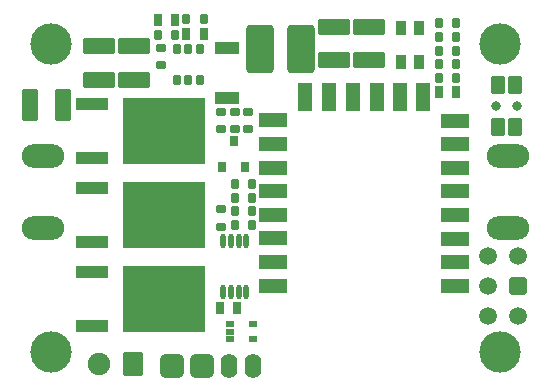
<source format=gts>
G04*
G04 #@! TF.GenerationSoftware,Altium Limited,Altium Designer,20.1.8 (145)*
G04*
G04 Layer_Color=32768*
%FSAX44Y44*%
%MOMM*%
G71*
G04*
G04 #@! TF.SameCoordinates,038E23F0-B42B-4C45-894E-EE78EB3E0CC3*
G04*
G04*
G04 #@! TF.FilePolarity,Negative*
G04*
G01*
G75*
%ADD35R,0.9000X1.3000*%
G04:AMPARAMS|DCode=36|XSize=0.45mm|YSize=0.7mm|CornerRadius=0.0518mm|HoleSize=0mm|Usage=FLASHONLY|Rotation=90.000|XOffset=0mm|YOffset=0mm|HoleType=Round|Shape=RoundedRectangle|*
%AMROUNDEDRECTD36*
21,1,0.4500,0.5965,0,0,90.0*
21,1,0.3465,0.7000,0,0,90.0*
1,1,0.1035,0.2983,0.1733*
1,1,0.1035,0.2983,-0.1733*
1,1,0.1035,-0.2983,-0.1733*
1,1,0.1035,-0.2983,0.1733*
%
%ADD36ROUNDEDRECTD36*%
G04:AMPARAMS|DCode=37|XSize=0.95mm|YSize=0.7mm|CornerRadius=0.053mm|HoleSize=0mm|Usage=FLASHONLY|Rotation=90.000|XOffset=0mm|YOffset=0mm|HoleType=Round|Shape=RoundedRectangle|*
%AMROUNDEDRECTD37*
21,1,0.9500,0.5940,0,0,90.0*
21,1,0.8440,0.7000,0,0,90.0*
1,1,0.1060,0.2970,0.4220*
1,1,0.1060,0.2970,-0.4220*
1,1,0.1060,-0.2970,-0.4220*
1,1,0.1060,-0.2970,0.4220*
%
%ADD37ROUNDEDRECTD37*%
G04:AMPARAMS|DCode=38|XSize=0.65mm|YSize=0.9mm|CornerRadius=0.0527mm|HoleSize=0mm|Usage=FLASHONLY|Rotation=180.000|XOffset=0mm|YOffset=0mm|HoleType=Round|Shape=RoundedRectangle|*
%AMROUNDEDRECTD38*
21,1,0.6500,0.7945,0,0,180.0*
21,1,0.5445,0.9000,0,0,180.0*
1,1,0.1055,-0.2723,0.3973*
1,1,0.1055,0.2723,0.3973*
1,1,0.1055,0.2723,-0.3973*
1,1,0.1055,-0.2723,-0.3973*
%
%ADD38ROUNDEDRECTD38*%
G04:AMPARAMS|DCode=39|XSize=1.05mm|YSize=2.75mm|CornerRadius=0.0547mm|HoleSize=0mm|Usage=FLASHONLY|Rotation=90.000|XOffset=0mm|YOffset=0mm|HoleType=Round|Shape=RoundedRectangle|*
%AMROUNDEDRECTD39*
21,1,1.0500,2.6405,0,0,90.0*
21,1,0.9405,2.7500,0,0,90.0*
1,1,0.1095,1.3203,0.4703*
1,1,0.1095,1.3203,-0.4703*
1,1,0.1095,-1.3203,-0.4703*
1,1,0.1095,-1.3203,0.4703*
%
%ADD39ROUNDEDRECTD39*%
G04:AMPARAMS|DCode=40|XSize=5.65mm|YSize=6.9mm|CornerRadius=0.0778mm|HoleSize=0mm|Usage=FLASHONLY|Rotation=90.000|XOffset=0mm|YOffset=0mm|HoleType=Round|Shape=RoundedRectangle|*
%AMROUNDEDRECTD40*
21,1,5.6500,6.7445,0,0,90.0*
21,1,5.4945,6.9000,0,0,90.0*
1,1,0.1555,3.3723,2.7473*
1,1,0.1555,3.3723,-2.7473*
1,1,0.1555,-3.3723,-2.7473*
1,1,0.1555,-3.3723,2.7473*
%
%ADD40ROUNDEDRECTD40*%
%ADD41O,0.4500X1.2500*%
G04:AMPARAMS|DCode=42|XSize=0.85mm|YSize=0.65mm|CornerRadius=0.0527mm|HoleSize=0mm|Usage=FLASHONLY|Rotation=180.000|XOffset=0mm|YOffset=0mm|HoleType=Round|Shape=RoundedRectangle|*
%AMROUNDEDRECTD42*
21,1,0.8500,0.5445,0,0,180.0*
21,1,0.7445,0.6500,0,0,180.0*
1,1,0.1055,-0.3723,0.2723*
1,1,0.1055,0.3723,0.2723*
1,1,0.1055,0.3723,-0.2723*
1,1,0.1055,-0.3723,-0.2723*
%
%ADD42ROUNDEDRECTD42*%
G04:AMPARAMS|DCode=43|XSize=2.65mm|YSize=1.3mm|CornerRadius=0.056mm|HoleSize=0mm|Usage=FLASHONLY|Rotation=90.000|XOffset=0mm|YOffset=0mm|HoleType=Round|Shape=RoundedRectangle|*
%AMROUNDEDRECTD43*
21,1,2.6500,1.1880,0,0,90.0*
21,1,2.5380,1.3000,0,0,90.0*
1,1,0.1120,0.5940,1.2690*
1,1,0.1120,0.5940,-1.2690*
1,1,0.1120,-0.5940,-1.2690*
1,1,0.1120,-0.5940,1.2690*
%
%ADD43ROUNDEDRECTD43*%
G04:AMPARAMS|DCode=44|XSize=2.65mm|YSize=1.3mm|CornerRadius=0.056mm|HoleSize=0mm|Usage=FLASHONLY|Rotation=0.000|XOffset=0mm|YOffset=0mm|HoleType=Round|Shape=RoundedRectangle|*
%AMROUNDEDRECTD44*
21,1,2.6500,1.1880,0,0,0.0*
21,1,2.5380,1.3000,0,0,0.0*
1,1,0.1120,1.2690,-0.5940*
1,1,0.1120,-1.2690,-0.5940*
1,1,0.1120,-1.2690,0.5940*
1,1,0.1120,1.2690,0.5940*
%
%ADD44ROUNDEDRECTD44*%
G04:AMPARAMS|DCode=45|XSize=1.2mm|YSize=2.4mm|CornerRadius=0.0555mm|HoleSize=0mm|Usage=FLASHONLY|Rotation=270.000|XOffset=0mm|YOffset=0mm|HoleType=Round|Shape=RoundedRectangle|*
%AMROUNDEDRECTD45*
21,1,1.2000,2.2890,0,0,270.0*
21,1,1.0890,2.4000,0,0,270.0*
1,1,0.1110,-1.1445,-0.5445*
1,1,0.1110,-1.1445,0.5445*
1,1,0.1110,1.1445,0.5445*
1,1,0.1110,1.1445,-0.5445*
%
%ADD45ROUNDEDRECTD45*%
G04:AMPARAMS|DCode=46|XSize=1.2mm|YSize=2.4mm|CornerRadius=0.0555mm|HoleSize=0mm|Usage=FLASHONLY|Rotation=0.000|XOffset=0mm|YOffset=0mm|HoleType=Round|Shape=RoundedRectangle|*
%AMROUNDEDRECTD46*
21,1,1.2000,2.2890,0,0,0.0*
21,1,1.0890,2.4000,0,0,0.0*
1,1,0.1110,0.5445,-1.1445*
1,1,0.1110,-0.5445,-1.1445*
1,1,0.1110,-0.5445,1.1445*
1,1,0.1110,0.5445,1.1445*
%
%ADD46ROUNDEDRECTD46*%
G04:AMPARAMS|DCode=47|XSize=0.85mm|YSize=0.65mm|CornerRadius=0.0527mm|HoleSize=0mm|Usage=FLASHONLY|Rotation=90.000|XOffset=0mm|YOffset=0mm|HoleType=Round|Shape=RoundedRectangle|*
%AMROUNDEDRECTD47*
21,1,0.8500,0.5445,0,0,90.0*
21,1,0.7445,0.6500,0,0,90.0*
1,1,0.1055,0.2723,0.3723*
1,1,0.1055,0.2723,-0.3723*
1,1,0.1055,-0.2723,-0.3723*
1,1,0.1055,-0.2723,0.3723*
%
%ADD47ROUNDEDRECTD47*%
G04:AMPARAMS|DCode=48|XSize=0.64mm|YSize=0.85mm|CornerRadius=0.0527mm|HoleSize=0mm|Usage=FLASHONLY|Rotation=0.000|XOffset=0mm|YOffset=0mm|HoleType=Round|Shape=RoundedRectangle|*
%AMROUNDEDRECTD48*
21,1,0.6400,0.7446,0,0,0.0*
21,1,0.5346,0.8500,0,0,0.0*
1,1,0.1054,0.2673,-0.3723*
1,1,0.1054,-0.2673,-0.3723*
1,1,0.1054,-0.2673,0.3723*
1,1,0.1054,0.2673,0.3723*
%
%ADD48ROUNDEDRECTD48*%
G04:AMPARAMS|DCode=49|XSize=1.5mm|YSize=1.15mm|CornerRadius=0.0553mm|HoleSize=0mm|Usage=FLASHONLY|Rotation=90.000|XOffset=0mm|YOffset=0mm|HoleType=Round|Shape=RoundedRectangle|*
%AMROUNDEDRECTD49*
21,1,1.5000,1.0395,0,0,90.0*
21,1,1.3895,1.1500,0,0,90.0*
1,1,0.1105,0.5198,0.6948*
1,1,0.1105,0.5198,-0.6948*
1,1,0.1105,-0.5198,-0.6948*
1,1,0.1105,-0.5198,0.6948*
%
%ADD49ROUNDEDRECTD49*%
G04:AMPARAMS|DCode=50|XSize=1.95mm|YSize=1.1mm|CornerRadius=0.055mm|HoleSize=0mm|Usage=FLASHONLY|Rotation=180.000|XOffset=0mm|YOffset=0mm|HoleType=Round|Shape=RoundedRectangle|*
%AMROUNDEDRECTD50*
21,1,1.9500,0.9900,0,0,180.0*
21,1,1.8400,1.1000,0,0,180.0*
1,1,0.1100,-0.9200,0.4950*
1,1,0.1100,0.9200,0.4950*
1,1,0.1100,0.9200,-0.4950*
1,1,0.1100,-0.9200,-0.4950*
%
%ADD50ROUNDEDRECTD50*%
G04:AMPARAMS|DCode=51|XSize=4.1mm|YSize=2.3mm|CornerRadius=0.27mm|HoleSize=0mm|Usage=FLASHONLY|Rotation=90.000|XOffset=0mm|YOffset=0mm|HoleType=Round|Shape=RoundedRectangle|*
%AMROUNDEDRECTD51*
21,1,4.1000,1.7600,0,0,90.0*
21,1,3.5600,2.3000,0,0,90.0*
1,1,0.5400,0.8800,1.7800*
1,1,0.5400,0.8800,-1.7800*
1,1,0.5400,-0.8800,-1.7800*
1,1,0.5400,-0.8800,1.7800*
%
%ADD51ROUNDEDRECTD51*%
%ADD52C,1.5000*%
G04:AMPARAMS|DCode=53|XSize=1.5mm|YSize=1.5mm|CornerRadius=0.15mm|HoleSize=0mm|Usage=FLASHONLY|Rotation=180.000|XOffset=0mm|YOffset=0mm|HoleType=Round|Shape=RoundedRectangle|*
%AMROUNDEDRECTD53*
21,1,1.5000,1.2000,0,0,180.0*
21,1,1.2000,1.5000,0,0,180.0*
1,1,0.3000,-0.6000,0.6000*
1,1,0.3000,0.6000,0.6000*
1,1,0.3000,0.6000,-0.6000*
1,1,0.3000,-0.6000,-0.6000*
%
%ADD53ROUNDEDRECTD53*%
G04:AMPARAMS|DCode=54|XSize=1.7mm|YSize=2.1mm|CornerRadius=0.21mm|HoleSize=0mm|Usage=FLASHONLY|Rotation=0.000|XOffset=0mm|YOffset=0mm|HoleType=Round|Shape=RoundedRectangle|*
%AMROUNDEDRECTD54*
21,1,1.7000,1.6800,0,0,0.0*
21,1,1.2800,2.1000,0,0,0.0*
1,1,0.4200,0.6400,-0.8400*
1,1,0.4200,-0.6400,-0.8400*
1,1,0.4200,-0.6400,0.8400*
1,1,0.4200,0.6400,0.8400*
%
%ADD54ROUNDEDRECTD54*%
%ADD55C,1.9000*%
%ADD56O,3.6000X2.0000*%
%ADD57C,0.8000*%
%ADD58C,3.5000*%
G04:AMPARAMS|DCode=59|XSize=1.4mm|YSize=2.1mm|CornerRadius=0.7mm|HoleSize=0mm|Usage=FLASHONLY|Rotation=0.000|XOffset=0mm|YOffset=0mm|HoleType=Round|Shape=RoundedRectangle|*
%AMROUNDEDRECTD59*
21,1,1.4000,0.7000,0,0,0.0*
21,1,0.0000,2.1000,0,0,0.0*
1,1,1.4000,0.0000,-0.3500*
1,1,1.4000,0.0000,-0.3500*
1,1,1.4000,0.0000,0.3500*
1,1,1.4000,0.0000,0.3500*
%
%ADD59ROUNDEDRECTD59*%
G04:AMPARAMS|DCode=60|XSize=2.1mm|YSize=2.1mm|CornerRadius=0.55mm|HoleSize=0mm|Usage=FLASHONLY|Rotation=0.000|XOffset=0mm|YOffset=0mm|HoleType=Round|Shape=RoundedRectangle|*
%AMROUNDEDRECTD60*
21,1,2.1000,1.0000,0,0,0.0*
21,1,1.0000,2.1000,0,0,0.0*
1,1,1.1000,0.5000,-0.5000*
1,1,1.1000,-0.5000,-0.5000*
1,1,1.1000,-0.5000,0.5000*
1,1,1.1000,0.5000,0.5000*
%
%ADD60ROUNDEDRECTD60*%
D35*
X00326214Y00275318D02*
D03*
X00341214D02*
D03*
Y00304318D02*
D03*
X00326214D02*
D03*
D36*
X00200640Y00053206D02*
D03*
Y00040206D02*
D03*
X00181140D02*
D03*
X00181140Y00046706D02*
D03*
X00181140Y00053206D02*
D03*
D37*
X00172656Y00066459D02*
D03*
X00187156D02*
D03*
X00120329Y00310726D02*
D03*
X00134829D02*
D03*
X00144614Y00299240D02*
D03*
X00159114D02*
D03*
X00372964Y00249464D02*
D03*
X00358464D02*
D03*
D38*
X00175006Y00186055D02*
D03*
X00194006D02*
D03*
X00184506Y00208055D02*
D03*
D39*
X00064728Y00097717D02*
D03*
Y00051916D02*
D03*
Y00239753D02*
D03*
Y00193953D02*
D03*
Y00122681D02*
D03*
Y00168481D02*
D03*
D40*
X00125728Y00074816D02*
D03*
Y00216854D02*
D03*
Y00145581D02*
D03*
D41*
X00175656Y00080664D02*
D03*
X00182156D02*
D03*
X00188656D02*
D03*
X00195156D02*
D03*
X00175656Y00123164D02*
D03*
X00182156D02*
D03*
X00188656D02*
D03*
X00195156D02*
D03*
D42*
X00174244Y00150261D02*
D03*
Y00135761D02*
D03*
X00122801Y00272328D02*
D03*
Y00286828D02*
D03*
X00185581Y00232884D02*
D03*
Y00218384D02*
D03*
X00174079D02*
D03*
Y00232884D02*
D03*
X00197084Y00218384D02*
D03*
Y00232884D02*
D03*
D43*
X00012166Y00238890D02*
D03*
X00040166D02*
D03*
D44*
X00099984Y00288276D02*
D03*
Y00260276D02*
D03*
X00269271Y00277144D02*
D03*
Y00305144D02*
D03*
X00070521Y00288276D02*
D03*
Y00260276D02*
D03*
X00298773Y00277144D02*
D03*
Y00305144D02*
D03*
D45*
X00372152Y00085666D02*
D03*
Y00205300D02*
D03*
X00217942Y00225620D02*
D03*
X00372152Y00105478D02*
D03*
Y00125544D02*
D03*
Y00145356D02*
D03*
Y00165676D02*
D03*
Y00185488D02*
D03*
Y00225366D02*
D03*
X00217942Y00205554D02*
D03*
Y00185742D02*
D03*
X00218196Y00165676D02*
D03*
Y00145610D02*
D03*
Y00125798D02*
D03*
Y00105478D02*
D03*
Y00085666D02*
D03*
D46*
X00345212Y00245194D02*
D03*
X00325400D02*
D03*
X00305588D02*
D03*
X00285268D02*
D03*
X00265456D02*
D03*
X00245136D02*
D03*
D47*
X00358464Y00284661D02*
D03*
X00372964D02*
D03*
Y00296244D02*
D03*
X00358464D02*
D03*
Y00307746D02*
D03*
X00372964D02*
D03*
X00358464Y00273158D02*
D03*
X00372964D02*
D03*
Y00261656D02*
D03*
X00358464D02*
D03*
X00134829Y00298206D02*
D03*
X00120329D02*
D03*
X00185282Y00171958D02*
D03*
X00199782D02*
D03*
X00185282Y00160274D02*
D03*
X00199782D02*
D03*
X00159114Y00311404D02*
D03*
X00144614D02*
D03*
X00185300Y00148737D02*
D03*
X00199800D02*
D03*
X00185300Y00137174D02*
D03*
X00199800D02*
D03*
D48*
X00155768Y00285776D02*
D03*
X00146268D02*
D03*
X00136768D02*
D03*
X00155768Y00260276D02*
D03*
X00146268D02*
D03*
X00136768D02*
D03*
D49*
X00408134Y00256000D02*
D03*
X00422634D02*
D03*
Y00220000D02*
D03*
X00408134D02*
D03*
D50*
X00178504Y00244840D02*
D03*
Y00286840D02*
D03*
D51*
X00241527Y00286128D02*
D03*
X00206527D02*
D03*
D52*
X00399666Y00111232D02*
D03*
Y00085832D02*
D03*
Y00060432D02*
D03*
X00425066D02*
D03*
Y00111232D02*
D03*
D53*
Y00085832D02*
D03*
D54*
X00099727Y00019020D02*
D03*
D55*
X00070592D02*
D03*
D56*
X00023250Y00195502D02*
D03*
Y00134504D02*
D03*
X00416750Y00195502D02*
D03*
Y00134504D02*
D03*
D57*
X00424384Y00238000D02*
D03*
X00406384D02*
D03*
D58*
X00410000Y00290000D02*
D03*
Y00030000D02*
D03*
X00030000D02*
D03*
Y00290000D02*
D03*
D59*
X00200640Y00017750D02*
D03*
X00180524D02*
D03*
D60*
X00157968D02*
D03*
X00132060Y00018004D02*
D03*
M02*

</source>
